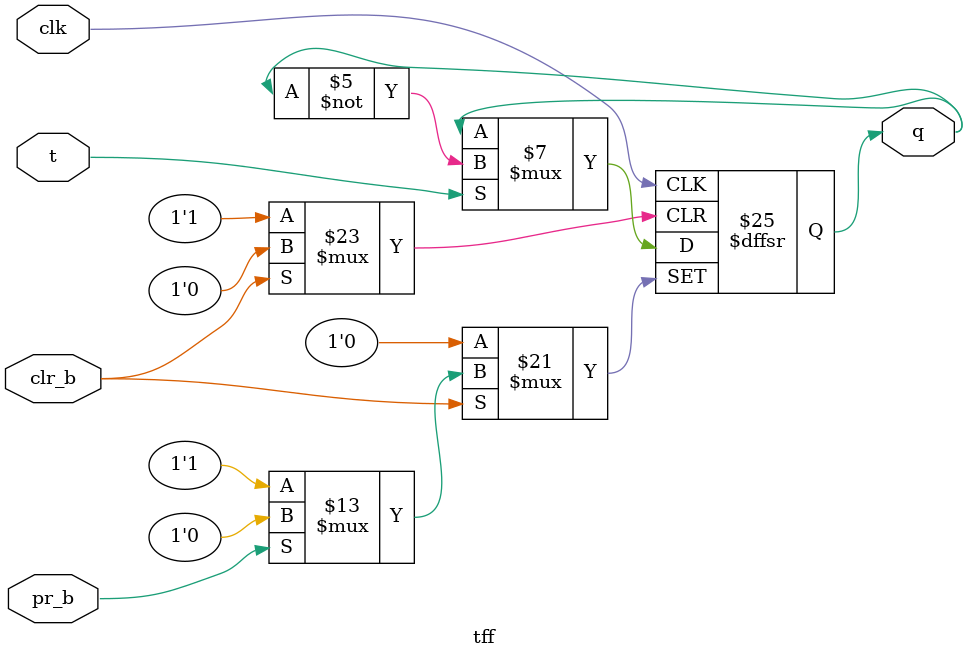
<source format=v>
`timescale 1ns / 1ps


module tff(
    input t,
    input clk,
    input pr_b,
    input clr_b,
    output q
    );
    
    reg q;
    
    always @(posedge clk or negedge pr_b or negedge clr_b)
    begin
        if(pr_b == 0)
            q<=1;
        else 
        if (clr_b == 0)
            q<=0;
        else
        begin
            if (t == 1)
                q = ~q;
        end
    end
endmodule

</source>
